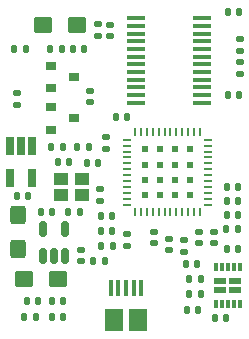
<source format=gtp>
%TF.GenerationSoftware,KiCad,Pcbnew,6.0.6*%
%TF.CreationDate,2022-08-23T18:22:02-07:00*%
%TF.ProjectId,SDWire,53445769-7265-42e6-9b69-6361645f7063,1.4 r1*%
%TF.SameCoordinates,Original*%
%TF.FileFunction,Paste,Top*%
%TF.FilePolarity,Positive*%
%FSLAX46Y46*%
G04 Gerber Fmt 4.6, Leading zero omitted, Abs format (unit mm)*
G04 Created by KiCad (PCBNEW 6.0.6) date 2022-08-23 18:22:02*
%MOMM*%
%LPD*%
G01*
G04 APERTURE LIST*
G04 Aperture macros list*
%AMRoundRect*
0 Rectangle with rounded corners*
0 $1 Rounding radius*
0 $2 $3 $4 $5 $6 $7 $8 $9 X,Y pos of 4 corners*
0 Add a 4 corners polygon primitive as box body*
4,1,4,$2,$3,$4,$5,$6,$7,$8,$9,$2,$3,0*
0 Add four circle primitives for the rounded corners*
1,1,$1+$1,$2,$3*
1,1,$1+$1,$4,$5*
1,1,$1+$1,$6,$7*
1,1,$1+$1,$8,$9*
0 Add four rect primitives between the rounded corners*
20,1,$1+$1,$2,$3,$4,$5,0*
20,1,$1+$1,$4,$5,$6,$7,0*
20,1,$1+$1,$6,$7,$8,$9,0*
20,1,$1+$1,$8,$9,$2,$3,0*%
G04 Aperture macros list end*
%ADD10RoundRect,0.140000X0.170000X-0.140000X0.170000X0.140000X-0.170000X0.140000X-0.170000X-0.140000X0*%
%ADD11RoundRect,0.140000X0.140000X0.170000X-0.140000X0.170000X-0.140000X-0.170000X0.140000X-0.170000X0*%
%ADD12RoundRect,0.140000X-0.140000X-0.170000X0.140000X-0.170000X0.140000X0.170000X-0.140000X0.170000X0*%
%ADD13RoundRect,0.250000X0.537500X0.425000X-0.537500X0.425000X-0.537500X-0.425000X0.537500X-0.425000X0*%
%ADD14RoundRect,0.140000X-0.170000X0.140000X-0.170000X-0.140000X0.170000X-0.140000X0.170000X0.140000X0*%
%ADD15RoundRect,0.250000X-0.425000X0.537500X-0.425000X-0.537500X0.425000X-0.537500X0.425000X0.537500X0*%
%ADD16RoundRect,0.147500X-0.147500X-0.172500X0.147500X-0.172500X0.147500X0.172500X-0.147500X0.172500X0*%
%ADD17R,0.400000X1.350000*%
%ADD18R,1.500000X1.900000*%
%ADD19R,0.900000X0.800000*%
%ADD20RoundRect,0.135000X0.185000X-0.135000X0.185000X0.135000X-0.185000X0.135000X-0.185000X-0.135000X0*%
%ADD21RoundRect,0.135000X-0.135000X-0.185000X0.135000X-0.185000X0.135000X0.185000X-0.135000X0.185000X0*%
%ADD22RoundRect,0.135000X-0.185000X0.135000X-0.185000X-0.135000X0.185000X-0.135000X0.185000X0.135000X0*%
%ADD23RoundRect,0.135000X0.135000X0.185000X-0.135000X0.185000X-0.135000X-0.185000X0.135000X-0.185000X0*%
%ADD24R,0.250000X0.700000*%
%ADD25R,0.700000X0.250000*%
%ADD26R,0.600000X0.600000*%
%ADD27R,1.050000X0.600000*%
%ADD28R,0.300000X0.650000*%
%ADD29R,0.650000X1.560000*%
%ADD30R,1.600000X0.350000*%
%ADD31RoundRect,0.150000X0.150000X-0.512500X0.150000X0.512500X-0.150000X0.512500X-0.150000X-0.512500X0*%
%ADD32RoundRect,0.147500X0.147500X0.172500X-0.147500X0.172500X-0.147500X-0.172500X0.147500X-0.172500X0*%
%ADD33R,1.150000X1.000000*%
%ADD34RoundRect,0.147500X0.172500X-0.147500X0.172500X0.147500X-0.172500X0.147500X-0.172500X-0.147500X0*%
G04 APERTURE END LIST*
D10*
X143357600Y-126680000D03*
X143357600Y-125720000D03*
D11*
X144030000Y-117000000D03*
X143070000Y-117000000D03*
D12*
X142320000Y-122500000D03*
X143280000Y-122500000D03*
D11*
X142380000Y-118300000D03*
X141420000Y-118300000D03*
X146030000Y-122900000D03*
X145070000Y-122900000D03*
D12*
X155720000Y-121600000D03*
X156680000Y-121600000D03*
X155720000Y-122800000D03*
X156680000Y-122800000D03*
D13*
X141442300Y-128219200D03*
X138567300Y-128219200D03*
D12*
X139970000Y-122529600D03*
X140930000Y-122529600D03*
D14*
X147300000Y-124420000D03*
X147300000Y-125380000D03*
D11*
X147280000Y-114500000D03*
X146320000Y-114500000D03*
D15*
X138047300Y-122782226D03*
X138047300Y-125657226D03*
D11*
X144853600Y-118364000D03*
X143893600Y-118364000D03*
D14*
X150800000Y-124820000D03*
X150800000Y-125780000D03*
D12*
X155720000Y-120400000D03*
X156680000Y-120400000D03*
D10*
X154600000Y-125180000D03*
X154600000Y-124220000D03*
X153400000Y-125180000D03*
X153400000Y-124220000D03*
D12*
X152320000Y-130800000D03*
X153280000Y-130800000D03*
X152270000Y-126900000D03*
X153230000Y-126900000D03*
D11*
X155680000Y-131500000D03*
X154720000Y-131500000D03*
X138910000Y-121208800D03*
X137950000Y-121208800D03*
D14*
X144145000Y-112245200D03*
X144145000Y-113205200D03*
D13*
X143037500Y-106700000D03*
X140162500Y-106700000D03*
D16*
X155715000Y-125679200D03*
X156685000Y-125679200D03*
X140912300Y-130094726D03*
X141882300Y-130094726D03*
X142665000Y-108700000D03*
X143635000Y-108700000D03*
D17*
X145900000Y-128941100D03*
X146550000Y-128941100D03*
X147200000Y-128941100D03*
X147850000Y-128941100D03*
X148500000Y-128941100D03*
D18*
X148200000Y-131641100D03*
X146200000Y-131641100D03*
D19*
X140800000Y-110150000D03*
X140800000Y-112050000D03*
X142800000Y-111100000D03*
X140800000Y-113650000D03*
X140800000Y-115550000D03*
X142800000Y-114600000D03*
D20*
X145500000Y-117160000D03*
X145500000Y-116140000D03*
D21*
X144422400Y-126695200D03*
X145442400Y-126695200D03*
D22*
X144983200Y-120597200D03*
X144983200Y-121617200D03*
D23*
X146060000Y-125400000D03*
X145040000Y-125400000D03*
D21*
X155690000Y-124000000D03*
X156710000Y-124000000D03*
D23*
X153510000Y-129500000D03*
X152490000Y-129500000D03*
X153510000Y-128200000D03*
X152490000Y-128200000D03*
D21*
X140740000Y-108700000D03*
X141760000Y-108700000D03*
X140840000Y-117000000D03*
X141860000Y-117000000D03*
D24*
X147950000Y-122550000D03*
X148450000Y-122550000D03*
X148950000Y-122550000D03*
X149450000Y-122550000D03*
X149950000Y-122550000D03*
X150450000Y-122550000D03*
X150950000Y-122550000D03*
X151450000Y-122550000D03*
X151950000Y-122550000D03*
X152450000Y-122550000D03*
X152950000Y-122550000D03*
X153450000Y-122550000D03*
D25*
X154100000Y-121900000D03*
X154100000Y-121400000D03*
X154100000Y-120900000D03*
X154100000Y-120400000D03*
X154100000Y-119900000D03*
X154100000Y-119400000D03*
X154100000Y-118900000D03*
X154100000Y-118400000D03*
X154100000Y-117900000D03*
X154100000Y-117400000D03*
X154100000Y-116900000D03*
X154100000Y-116400000D03*
D24*
X153450000Y-115750000D03*
X152950000Y-115750000D03*
X152450000Y-115750000D03*
X151950000Y-115750000D03*
X151450000Y-115750000D03*
X150950000Y-115750000D03*
X150450000Y-115750000D03*
X149950000Y-115750000D03*
X149450000Y-115750000D03*
X148950000Y-115750000D03*
X148450000Y-115750000D03*
X147950000Y-115750000D03*
D25*
X147300000Y-116400000D03*
X147300000Y-116900000D03*
X147300000Y-117400000D03*
X147300000Y-117900000D03*
X147300000Y-118400000D03*
X147300000Y-118900000D03*
X147300000Y-119400000D03*
X147300000Y-119900000D03*
X147300000Y-120400000D03*
X147300000Y-120900000D03*
X147300000Y-121400000D03*
X147300000Y-121900000D03*
D26*
X151343750Y-119793750D03*
X148768750Y-121081250D03*
X151343750Y-117218750D03*
X150056250Y-118506250D03*
X148768750Y-119793750D03*
X152631250Y-119793750D03*
X148768750Y-118506250D03*
X152631250Y-118506250D03*
X151343750Y-118506250D03*
X151343750Y-121081250D03*
X152631250Y-117218750D03*
X148768750Y-117218750D03*
X150056250Y-119793750D03*
X150056250Y-117218750D03*
X150056250Y-121081250D03*
X152631250Y-121081250D03*
D27*
X156420000Y-129137500D03*
X155180000Y-128362500D03*
X156420000Y-128362500D03*
X155180000Y-129137500D03*
D28*
X154800000Y-130300000D03*
X155300000Y-130300000D03*
X155800000Y-130300000D03*
X156300000Y-130300000D03*
X156800000Y-130300000D03*
X156800000Y-127200000D03*
X156300000Y-127200000D03*
X155800000Y-127200000D03*
X155300000Y-127200000D03*
X154800000Y-127200000D03*
D29*
X139250000Y-116950000D03*
X138300000Y-116950000D03*
X137350000Y-116950000D03*
X137350000Y-119650000D03*
X139250000Y-119650000D03*
D30*
X148000000Y-106125000D03*
X148000000Y-106775000D03*
X148000000Y-107425000D03*
X148000000Y-108075000D03*
X148000000Y-108725000D03*
X148000000Y-109375000D03*
X148000000Y-110025000D03*
X148000000Y-110675000D03*
X148000000Y-111325000D03*
X148000000Y-111975000D03*
X148000000Y-112625000D03*
X148000000Y-113275000D03*
X153600000Y-113275000D03*
X153600000Y-112625000D03*
X153600000Y-111975000D03*
X153600000Y-111325000D03*
X153600000Y-110675000D03*
X153600000Y-110025000D03*
X153600000Y-109375000D03*
X153600000Y-108725000D03*
X153600000Y-108075000D03*
X153600000Y-107425000D03*
X153600000Y-106775000D03*
X153600000Y-106125000D03*
D31*
X140147300Y-126232226D03*
X141097300Y-126232226D03*
X142047300Y-126232226D03*
X142047300Y-123957226D03*
X140147300Y-123957226D03*
D23*
X139610000Y-131400000D03*
X138590000Y-131400000D03*
D20*
X156800000Y-110810000D03*
X156800000Y-109790000D03*
D22*
X156800000Y-107890000D03*
X156800000Y-108910000D03*
D16*
X140915000Y-131400000D03*
X141885000Y-131400000D03*
D32*
X156785000Y-112600000D03*
X155815000Y-112600000D03*
X156785000Y-105600000D03*
X155815000Y-105600000D03*
D33*
X141725000Y-121100000D03*
X143475000Y-121100000D03*
X143475000Y-119700000D03*
X141725000Y-119700000D03*
D22*
X137920000Y-112430000D03*
X137920000Y-113450000D03*
D23*
X138750000Y-108760000D03*
X137730000Y-108760000D03*
D34*
X152100000Y-125885000D03*
X152100000Y-124915000D03*
D14*
X149600000Y-124220000D03*
X149600000Y-125180000D03*
D11*
X146030000Y-124100000D03*
X145070000Y-124100000D03*
X139777300Y-130094726D03*
X138817300Y-130094726D03*
D10*
X145846800Y-107617200D03*
X145846800Y-106657200D03*
D20*
X144830800Y-107647200D03*
X144830800Y-106627200D03*
M02*

</source>
